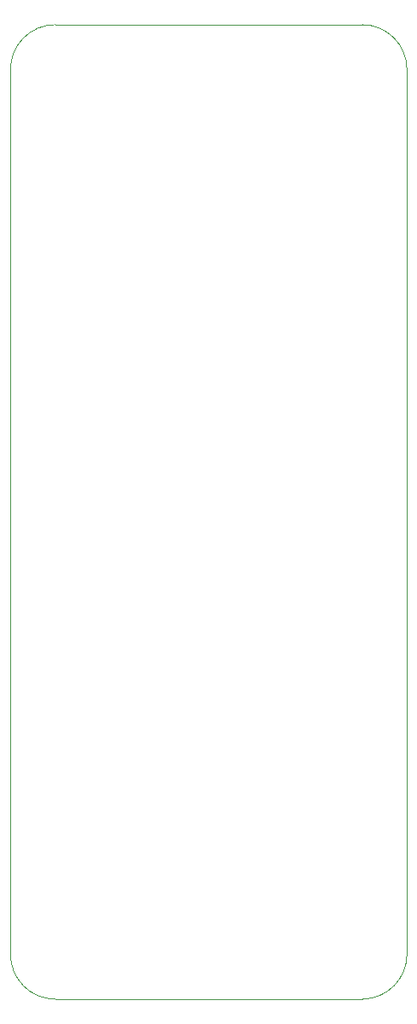
<source format=gm1>
%TF.GenerationSoftware,KiCad,Pcbnew,9.0.7-9.0.7~ubuntu24.04.1*%
%TF.CreationDate,2026-01-16T07:33:30+02:00*%
%TF.ProjectId,HCP65 Narrow Analyser,48435036-3520-44e6-9172-726f7720416e,V0*%
%TF.SameCoordinates,Original*%
%TF.FileFunction,Profile,NP*%
%FSLAX46Y46*%
G04 Gerber Fmt 4.6, Leading zero omitted, Abs format (unit mm)*
G04 Created by KiCad (PCBNEW 9.0.7-9.0.7~ubuntu24.04.1) date 2026-01-16 07:33:30*
%MOMM*%
%LPD*%
G01*
G04 APERTURE LIST*
%TA.AperFunction,Profile*%
%ADD10C,0.100000*%
%TD*%
G04 APERTURE END LIST*
D10*
X-5715000Y8890000D02*
X24765000Y8890000D01*
X-5715000Y-87630000D02*
G75*
G02*
X-10160000Y-83185000I-1J4444999D01*
G01*
X29210000Y4445000D02*
X29210000Y-83185000D01*
X24765000Y8890000D02*
G75*
G02*
X29210000Y4445000I0J-4445000D01*
G01*
X-10160000Y-83185001D02*
X-10160000Y4445000D01*
X24765000Y-87630000D02*
X-5715000Y-87630000D01*
X-10160000Y4445000D02*
G75*
G02*
X-5715000Y8890000I4444999J1D01*
G01*
X29210000Y-83185000D02*
G75*
G02*
X24765000Y-87630000I-4445000J0D01*
G01*
M02*

</source>
